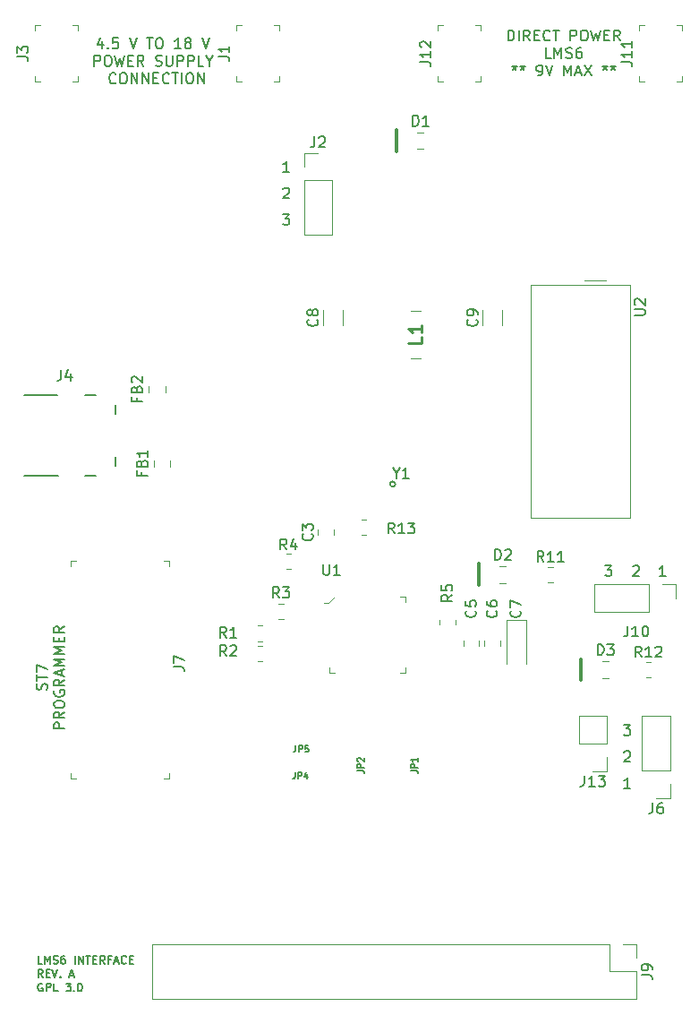
<source format=gto>
%TF.GenerationSoftware,KiCad,Pcbnew,(5.1.7)-1*%
%TF.CreationDate,2020-10-18T12:33:11-05:00*%
%TF.ProjectId,Programmer Board,50726f67-7261-46d6-9d65-7220426f6172,A*%
%TF.SameCoordinates,Original*%
%TF.FileFunction,Legend,Top*%
%TF.FilePolarity,Positive*%
%FSLAX46Y46*%
G04 Gerber Fmt 4.6, Leading zero omitted, Abs format (unit mm)*
G04 Created by KiCad (PCBNEW (5.1.7)-1) date 2020-10-18 12:33:11*
%MOMM*%
%LPD*%
G01*
G04 APERTURE LIST*
%ADD10C,0.170000*%
%ADD11C,0.150000*%
%ADD12C,0.300000*%
%ADD13C,0.100000*%
%ADD14C,0.200000*%
%ADD15C,0.120000*%
%ADD16C,0.254000*%
%ADD17C,0.127000*%
G04 APERTURE END LIST*
D10*
X108896214Y-162544285D02*
X108539071Y-162544285D01*
X108539071Y-161794285D01*
X109146214Y-162544285D02*
X109146214Y-161794285D01*
X109396214Y-162330000D01*
X109646214Y-161794285D01*
X109646214Y-162544285D01*
X109967642Y-162508571D02*
X110074785Y-162544285D01*
X110253357Y-162544285D01*
X110324785Y-162508571D01*
X110360500Y-162472857D01*
X110396214Y-162401428D01*
X110396214Y-162330000D01*
X110360500Y-162258571D01*
X110324785Y-162222857D01*
X110253357Y-162187142D01*
X110110500Y-162151428D01*
X110039071Y-162115714D01*
X110003357Y-162080000D01*
X109967642Y-162008571D01*
X109967642Y-161937142D01*
X110003357Y-161865714D01*
X110039071Y-161830000D01*
X110110500Y-161794285D01*
X110289071Y-161794285D01*
X110396214Y-161830000D01*
X111039071Y-161794285D02*
X110896214Y-161794285D01*
X110824785Y-161830000D01*
X110789071Y-161865714D01*
X110717642Y-161972857D01*
X110681928Y-162115714D01*
X110681928Y-162401428D01*
X110717642Y-162472857D01*
X110753357Y-162508571D01*
X110824785Y-162544285D01*
X110967642Y-162544285D01*
X111039071Y-162508571D01*
X111074785Y-162472857D01*
X111110500Y-162401428D01*
X111110500Y-162222857D01*
X111074785Y-162151428D01*
X111039071Y-162115714D01*
X110967642Y-162080000D01*
X110824785Y-162080000D01*
X110753357Y-162115714D01*
X110717642Y-162151428D01*
X110681928Y-162222857D01*
X112003357Y-162544285D02*
X112003357Y-161794285D01*
X112360500Y-162544285D02*
X112360500Y-161794285D01*
X112789071Y-162544285D01*
X112789071Y-161794285D01*
X113039071Y-161794285D02*
X113467642Y-161794285D01*
X113253357Y-162544285D02*
X113253357Y-161794285D01*
X113717642Y-162151428D02*
X113967642Y-162151428D01*
X114074785Y-162544285D02*
X113717642Y-162544285D01*
X113717642Y-161794285D01*
X114074785Y-161794285D01*
X114824785Y-162544285D02*
X114574785Y-162187142D01*
X114396214Y-162544285D02*
X114396214Y-161794285D01*
X114681928Y-161794285D01*
X114753357Y-161830000D01*
X114789071Y-161865714D01*
X114824785Y-161937142D01*
X114824785Y-162044285D01*
X114789071Y-162115714D01*
X114753357Y-162151428D01*
X114681928Y-162187142D01*
X114396214Y-162187142D01*
X115396214Y-162151428D02*
X115146214Y-162151428D01*
X115146214Y-162544285D02*
X115146214Y-161794285D01*
X115503357Y-161794285D01*
X115753357Y-162330000D02*
X116110500Y-162330000D01*
X115681928Y-162544285D02*
X115931928Y-161794285D01*
X116181928Y-162544285D01*
X116860500Y-162472857D02*
X116824785Y-162508571D01*
X116717642Y-162544285D01*
X116646214Y-162544285D01*
X116539071Y-162508571D01*
X116467642Y-162437142D01*
X116431928Y-162365714D01*
X116396214Y-162222857D01*
X116396214Y-162115714D01*
X116431928Y-161972857D01*
X116467642Y-161901428D01*
X116539071Y-161830000D01*
X116646214Y-161794285D01*
X116717642Y-161794285D01*
X116824785Y-161830000D01*
X116860500Y-161865714D01*
X117181928Y-162151428D02*
X117431928Y-162151428D01*
X117539071Y-162544285D02*
X117181928Y-162544285D01*
X117181928Y-161794285D01*
X117539071Y-161794285D01*
X108967642Y-163839285D02*
X108717642Y-163482142D01*
X108539071Y-163839285D02*
X108539071Y-163089285D01*
X108824785Y-163089285D01*
X108896214Y-163125000D01*
X108931928Y-163160714D01*
X108967642Y-163232142D01*
X108967642Y-163339285D01*
X108931928Y-163410714D01*
X108896214Y-163446428D01*
X108824785Y-163482142D01*
X108539071Y-163482142D01*
X109289071Y-163446428D02*
X109539071Y-163446428D01*
X109646214Y-163839285D02*
X109289071Y-163839285D01*
X109289071Y-163089285D01*
X109646214Y-163089285D01*
X109860500Y-163089285D02*
X110110500Y-163839285D01*
X110360500Y-163089285D01*
X110610500Y-163767857D02*
X110646214Y-163803571D01*
X110610500Y-163839285D01*
X110574785Y-163803571D01*
X110610500Y-163767857D01*
X110610500Y-163839285D01*
X111503357Y-163625000D02*
X111860500Y-163625000D01*
X111431928Y-163839285D02*
X111681928Y-163089285D01*
X111931928Y-163839285D01*
X108931928Y-164420000D02*
X108860500Y-164384285D01*
X108753357Y-164384285D01*
X108646214Y-164420000D01*
X108574785Y-164491428D01*
X108539071Y-164562857D01*
X108503357Y-164705714D01*
X108503357Y-164812857D01*
X108539071Y-164955714D01*
X108574785Y-165027142D01*
X108646214Y-165098571D01*
X108753357Y-165134285D01*
X108824785Y-165134285D01*
X108931928Y-165098571D01*
X108967642Y-165062857D01*
X108967642Y-164812857D01*
X108824785Y-164812857D01*
X109289071Y-165134285D02*
X109289071Y-164384285D01*
X109574785Y-164384285D01*
X109646214Y-164420000D01*
X109681928Y-164455714D01*
X109717642Y-164527142D01*
X109717642Y-164634285D01*
X109681928Y-164705714D01*
X109646214Y-164741428D01*
X109574785Y-164777142D01*
X109289071Y-164777142D01*
X110396214Y-165134285D02*
X110039071Y-165134285D01*
X110039071Y-164384285D01*
X111146214Y-164384285D02*
X111610500Y-164384285D01*
X111360500Y-164670000D01*
X111467642Y-164670000D01*
X111539071Y-164705714D01*
X111574785Y-164741428D01*
X111610500Y-164812857D01*
X111610500Y-164991428D01*
X111574785Y-165062857D01*
X111539071Y-165098571D01*
X111467642Y-165134285D01*
X111253357Y-165134285D01*
X111181928Y-165098571D01*
X111146214Y-165062857D01*
X111931928Y-165062857D02*
X111967642Y-165098571D01*
X111931928Y-165134285D01*
X111896214Y-165098571D01*
X111931928Y-165062857D01*
X111931928Y-165134285D01*
X112431928Y-164384285D02*
X112503357Y-164384285D01*
X112574785Y-164420000D01*
X112610500Y-164455714D01*
X112646214Y-164527142D01*
X112681928Y-164670000D01*
X112681928Y-164848571D01*
X112646214Y-164991428D01*
X112610500Y-165062857D01*
X112574785Y-165098571D01*
X112503357Y-165134285D01*
X112431928Y-165134285D01*
X112360500Y-165098571D01*
X112324785Y-165062857D01*
X112289071Y-164991428D01*
X112253357Y-164848571D01*
X112253357Y-164670000D01*
X112289071Y-164527142D01*
X112324785Y-164455714D01*
X112360500Y-164420000D01*
X112431928Y-164384285D01*
D11*
X109329761Y-136642857D02*
X109377380Y-136500000D01*
X109377380Y-136261904D01*
X109329761Y-136166666D01*
X109282142Y-136119047D01*
X109186904Y-136071428D01*
X109091666Y-136071428D01*
X108996428Y-136119047D01*
X108948809Y-136166666D01*
X108901190Y-136261904D01*
X108853571Y-136452380D01*
X108805952Y-136547619D01*
X108758333Y-136595238D01*
X108663095Y-136642857D01*
X108567857Y-136642857D01*
X108472619Y-136595238D01*
X108425000Y-136547619D01*
X108377380Y-136452380D01*
X108377380Y-136214285D01*
X108425000Y-136071428D01*
X108377380Y-135785714D02*
X108377380Y-135214285D01*
X109377380Y-135500000D02*
X108377380Y-135500000D01*
X108377380Y-134976190D02*
X108377380Y-134309523D01*
X109377380Y-134738095D01*
X111027380Y-140309523D02*
X110027380Y-140309523D01*
X110027380Y-139928571D01*
X110075000Y-139833333D01*
X110122619Y-139785714D01*
X110217857Y-139738095D01*
X110360714Y-139738095D01*
X110455952Y-139785714D01*
X110503571Y-139833333D01*
X110551190Y-139928571D01*
X110551190Y-140309523D01*
X111027380Y-138738095D02*
X110551190Y-139071428D01*
X111027380Y-139309523D02*
X110027380Y-139309523D01*
X110027380Y-138928571D01*
X110075000Y-138833333D01*
X110122619Y-138785714D01*
X110217857Y-138738095D01*
X110360714Y-138738095D01*
X110455952Y-138785714D01*
X110503571Y-138833333D01*
X110551190Y-138928571D01*
X110551190Y-139309523D01*
X110027380Y-138119047D02*
X110027380Y-137928571D01*
X110075000Y-137833333D01*
X110170238Y-137738095D01*
X110360714Y-137690476D01*
X110694047Y-137690476D01*
X110884523Y-137738095D01*
X110979761Y-137833333D01*
X111027380Y-137928571D01*
X111027380Y-138119047D01*
X110979761Y-138214285D01*
X110884523Y-138309523D01*
X110694047Y-138357142D01*
X110360714Y-138357142D01*
X110170238Y-138309523D01*
X110075000Y-138214285D01*
X110027380Y-138119047D01*
X110075000Y-136738095D02*
X110027380Y-136833333D01*
X110027380Y-136976190D01*
X110075000Y-137119047D01*
X110170238Y-137214285D01*
X110265476Y-137261904D01*
X110455952Y-137309523D01*
X110598809Y-137309523D01*
X110789285Y-137261904D01*
X110884523Y-137214285D01*
X110979761Y-137119047D01*
X111027380Y-136976190D01*
X111027380Y-136880952D01*
X110979761Y-136738095D01*
X110932142Y-136690476D01*
X110598809Y-136690476D01*
X110598809Y-136880952D01*
X111027380Y-135690476D02*
X110551190Y-136023809D01*
X111027380Y-136261904D02*
X110027380Y-136261904D01*
X110027380Y-135880952D01*
X110075000Y-135785714D01*
X110122619Y-135738095D01*
X110217857Y-135690476D01*
X110360714Y-135690476D01*
X110455952Y-135738095D01*
X110503571Y-135785714D01*
X110551190Y-135880952D01*
X110551190Y-136261904D01*
X110741666Y-135309523D02*
X110741666Y-134833333D01*
X111027380Y-135404761D02*
X110027380Y-135071428D01*
X111027380Y-134738095D01*
X111027380Y-134404761D02*
X110027380Y-134404761D01*
X110741666Y-134071428D01*
X110027380Y-133738095D01*
X111027380Y-133738095D01*
X111027380Y-133261904D02*
X110027380Y-133261904D01*
X110741666Y-132928571D01*
X110027380Y-132595238D01*
X111027380Y-132595238D01*
X110503571Y-132119047D02*
X110503571Y-131785714D01*
X111027380Y-131642857D02*
X111027380Y-132119047D01*
X110027380Y-132119047D01*
X110027380Y-131642857D01*
X111027380Y-130642857D02*
X110551190Y-130976190D01*
X111027380Y-131214285D02*
X110027380Y-131214285D01*
X110027380Y-130833333D01*
X110075000Y-130738095D01*
X110122619Y-130690476D01*
X110217857Y-130642857D01*
X110360714Y-130642857D01*
X110455952Y-130690476D01*
X110503571Y-130738095D01*
X110551190Y-130833333D01*
X110551190Y-131214285D01*
X114607142Y-75385714D02*
X114607142Y-76052380D01*
X114369047Y-75004761D02*
X114130952Y-75719047D01*
X114750000Y-75719047D01*
X115130952Y-75957142D02*
X115178571Y-76004761D01*
X115130952Y-76052380D01*
X115083333Y-76004761D01*
X115130952Y-75957142D01*
X115130952Y-76052380D01*
X116083333Y-75052380D02*
X115607142Y-75052380D01*
X115559523Y-75528571D01*
X115607142Y-75480952D01*
X115702380Y-75433333D01*
X115940476Y-75433333D01*
X116035714Y-75480952D01*
X116083333Y-75528571D01*
X116130952Y-75623809D01*
X116130952Y-75861904D01*
X116083333Y-75957142D01*
X116035714Y-76004761D01*
X115940476Y-76052380D01*
X115702380Y-76052380D01*
X115607142Y-76004761D01*
X115559523Y-75957142D01*
X117178571Y-75052380D02*
X117511904Y-76052380D01*
X117845238Y-75052380D01*
X118797619Y-75052380D02*
X119369047Y-75052380D01*
X119083333Y-76052380D02*
X119083333Y-75052380D01*
X119892857Y-75052380D02*
X120083333Y-75052380D01*
X120178571Y-75100000D01*
X120273809Y-75195238D01*
X120321428Y-75385714D01*
X120321428Y-75719047D01*
X120273809Y-75909523D01*
X120178571Y-76004761D01*
X120083333Y-76052380D01*
X119892857Y-76052380D01*
X119797619Y-76004761D01*
X119702380Y-75909523D01*
X119654761Y-75719047D01*
X119654761Y-75385714D01*
X119702380Y-75195238D01*
X119797619Y-75100000D01*
X119892857Y-75052380D01*
X122035714Y-76052380D02*
X121464285Y-76052380D01*
X121750000Y-76052380D02*
X121750000Y-75052380D01*
X121654761Y-75195238D01*
X121559523Y-75290476D01*
X121464285Y-75338095D01*
X122607142Y-75480952D02*
X122511904Y-75433333D01*
X122464285Y-75385714D01*
X122416666Y-75290476D01*
X122416666Y-75242857D01*
X122464285Y-75147619D01*
X122511904Y-75100000D01*
X122607142Y-75052380D01*
X122797619Y-75052380D01*
X122892857Y-75100000D01*
X122940476Y-75147619D01*
X122988095Y-75242857D01*
X122988095Y-75290476D01*
X122940476Y-75385714D01*
X122892857Y-75433333D01*
X122797619Y-75480952D01*
X122607142Y-75480952D01*
X122511904Y-75528571D01*
X122464285Y-75576190D01*
X122416666Y-75671428D01*
X122416666Y-75861904D01*
X122464285Y-75957142D01*
X122511904Y-76004761D01*
X122607142Y-76052380D01*
X122797619Y-76052380D01*
X122892857Y-76004761D01*
X122940476Y-75957142D01*
X122988095Y-75861904D01*
X122988095Y-75671428D01*
X122940476Y-75576190D01*
X122892857Y-75528571D01*
X122797619Y-75480952D01*
X124035714Y-75052380D02*
X124369047Y-76052380D01*
X124702380Y-75052380D01*
X113845238Y-77702380D02*
X113845238Y-76702380D01*
X114226190Y-76702380D01*
X114321428Y-76750000D01*
X114369047Y-76797619D01*
X114416666Y-76892857D01*
X114416666Y-77035714D01*
X114369047Y-77130952D01*
X114321428Y-77178571D01*
X114226190Y-77226190D01*
X113845238Y-77226190D01*
X115035714Y-76702380D02*
X115226190Y-76702380D01*
X115321428Y-76750000D01*
X115416666Y-76845238D01*
X115464285Y-77035714D01*
X115464285Y-77369047D01*
X115416666Y-77559523D01*
X115321428Y-77654761D01*
X115226190Y-77702380D01*
X115035714Y-77702380D01*
X114940476Y-77654761D01*
X114845238Y-77559523D01*
X114797619Y-77369047D01*
X114797619Y-77035714D01*
X114845238Y-76845238D01*
X114940476Y-76750000D01*
X115035714Y-76702380D01*
X115797619Y-76702380D02*
X116035714Y-77702380D01*
X116226190Y-76988095D01*
X116416666Y-77702380D01*
X116654761Y-76702380D01*
X117035714Y-77178571D02*
X117369047Y-77178571D01*
X117511904Y-77702380D02*
X117035714Y-77702380D01*
X117035714Y-76702380D01*
X117511904Y-76702380D01*
X118511904Y-77702380D02*
X118178571Y-77226190D01*
X117940476Y-77702380D02*
X117940476Y-76702380D01*
X118321428Y-76702380D01*
X118416666Y-76750000D01*
X118464285Y-76797619D01*
X118511904Y-76892857D01*
X118511904Y-77035714D01*
X118464285Y-77130952D01*
X118416666Y-77178571D01*
X118321428Y-77226190D01*
X117940476Y-77226190D01*
X119654761Y-77654761D02*
X119797619Y-77702380D01*
X120035714Y-77702380D01*
X120130952Y-77654761D01*
X120178571Y-77607142D01*
X120226190Y-77511904D01*
X120226190Y-77416666D01*
X120178571Y-77321428D01*
X120130952Y-77273809D01*
X120035714Y-77226190D01*
X119845238Y-77178571D01*
X119750000Y-77130952D01*
X119702380Y-77083333D01*
X119654761Y-76988095D01*
X119654761Y-76892857D01*
X119702380Y-76797619D01*
X119750000Y-76750000D01*
X119845238Y-76702380D01*
X120083333Y-76702380D01*
X120226190Y-76750000D01*
X120654761Y-76702380D02*
X120654761Y-77511904D01*
X120702380Y-77607142D01*
X120750000Y-77654761D01*
X120845238Y-77702380D01*
X121035714Y-77702380D01*
X121130952Y-77654761D01*
X121178571Y-77607142D01*
X121226190Y-77511904D01*
X121226190Y-76702380D01*
X121702380Y-77702380D02*
X121702380Y-76702380D01*
X122083333Y-76702380D01*
X122178571Y-76750000D01*
X122226190Y-76797619D01*
X122273809Y-76892857D01*
X122273809Y-77035714D01*
X122226190Y-77130952D01*
X122178571Y-77178571D01*
X122083333Y-77226190D01*
X121702380Y-77226190D01*
X122702380Y-77702380D02*
X122702380Y-76702380D01*
X123083333Y-76702380D01*
X123178571Y-76750000D01*
X123226190Y-76797619D01*
X123273809Y-76892857D01*
X123273809Y-77035714D01*
X123226190Y-77130952D01*
X123178571Y-77178571D01*
X123083333Y-77226190D01*
X122702380Y-77226190D01*
X124178571Y-77702380D02*
X123702380Y-77702380D01*
X123702380Y-76702380D01*
X124702380Y-77226190D02*
X124702380Y-77702380D01*
X124369047Y-76702380D02*
X124702380Y-77226190D01*
X125035714Y-76702380D01*
X115869047Y-79257142D02*
X115821428Y-79304761D01*
X115678571Y-79352380D01*
X115583333Y-79352380D01*
X115440476Y-79304761D01*
X115345238Y-79209523D01*
X115297619Y-79114285D01*
X115250000Y-78923809D01*
X115250000Y-78780952D01*
X115297619Y-78590476D01*
X115345238Y-78495238D01*
X115440476Y-78400000D01*
X115583333Y-78352380D01*
X115678571Y-78352380D01*
X115821428Y-78400000D01*
X115869047Y-78447619D01*
X116488095Y-78352380D02*
X116678571Y-78352380D01*
X116773809Y-78400000D01*
X116869047Y-78495238D01*
X116916666Y-78685714D01*
X116916666Y-79019047D01*
X116869047Y-79209523D01*
X116773809Y-79304761D01*
X116678571Y-79352380D01*
X116488095Y-79352380D01*
X116392857Y-79304761D01*
X116297619Y-79209523D01*
X116250000Y-79019047D01*
X116250000Y-78685714D01*
X116297619Y-78495238D01*
X116392857Y-78400000D01*
X116488095Y-78352380D01*
X117345238Y-79352380D02*
X117345238Y-78352380D01*
X117916666Y-79352380D01*
X117916666Y-78352380D01*
X118392857Y-79352380D02*
X118392857Y-78352380D01*
X118964285Y-79352380D01*
X118964285Y-78352380D01*
X119440476Y-78828571D02*
X119773809Y-78828571D01*
X119916666Y-79352380D02*
X119440476Y-79352380D01*
X119440476Y-78352380D01*
X119916666Y-78352380D01*
X120916666Y-79257142D02*
X120869047Y-79304761D01*
X120726190Y-79352380D01*
X120630952Y-79352380D01*
X120488095Y-79304761D01*
X120392857Y-79209523D01*
X120345238Y-79114285D01*
X120297619Y-78923809D01*
X120297619Y-78780952D01*
X120345238Y-78590476D01*
X120392857Y-78495238D01*
X120488095Y-78400000D01*
X120630952Y-78352380D01*
X120726190Y-78352380D01*
X120869047Y-78400000D01*
X120916666Y-78447619D01*
X121202380Y-78352380D02*
X121773809Y-78352380D01*
X121488095Y-79352380D02*
X121488095Y-78352380D01*
X122107142Y-79352380D02*
X122107142Y-78352380D01*
X122773809Y-78352380D02*
X122964285Y-78352380D01*
X123059523Y-78400000D01*
X123154761Y-78495238D01*
X123202380Y-78685714D01*
X123202380Y-79019047D01*
X123154761Y-79209523D01*
X123059523Y-79304761D01*
X122964285Y-79352380D01*
X122773809Y-79352380D01*
X122678571Y-79304761D01*
X122583333Y-79209523D01*
X122535714Y-79019047D01*
X122535714Y-78685714D01*
X122583333Y-78495238D01*
X122678571Y-78400000D01*
X122773809Y-78352380D01*
X123630952Y-79352380D02*
X123630952Y-78352380D01*
X124202380Y-79352380D01*
X124202380Y-78352380D01*
X152988095Y-75302380D02*
X152988095Y-74302380D01*
X153226190Y-74302380D01*
X153369047Y-74350000D01*
X153464285Y-74445238D01*
X153511904Y-74540476D01*
X153559523Y-74730952D01*
X153559523Y-74873809D01*
X153511904Y-75064285D01*
X153464285Y-75159523D01*
X153369047Y-75254761D01*
X153226190Y-75302380D01*
X152988095Y-75302380D01*
X153988095Y-75302380D02*
X153988095Y-74302380D01*
X155035714Y-75302380D02*
X154702380Y-74826190D01*
X154464285Y-75302380D02*
X154464285Y-74302380D01*
X154845238Y-74302380D01*
X154940476Y-74350000D01*
X154988095Y-74397619D01*
X155035714Y-74492857D01*
X155035714Y-74635714D01*
X154988095Y-74730952D01*
X154940476Y-74778571D01*
X154845238Y-74826190D01*
X154464285Y-74826190D01*
X155464285Y-74778571D02*
X155797619Y-74778571D01*
X155940476Y-75302380D02*
X155464285Y-75302380D01*
X155464285Y-74302380D01*
X155940476Y-74302380D01*
X156940476Y-75207142D02*
X156892857Y-75254761D01*
X156750000Y-75302380D01*
X156654761Y-75302380D01*
X156511904Y-75254761D01*
X156416666Y-75159523D01*
X156369047Y-75064285D01*
X156321428Y-74873809D01*
X156321428Y-74730952D01*
X156369047Y-74540476D01*
X156416666Y-74445238D01*
X156511904Y-74350000D01*
X156654761Y-74302380D01*
X156750000Y-74302380D01*
X156892857Y-74350000D01*
X156940476Y-74397619D01*
X157226190Y-74302380D02*
X157797619Y-74302380D01*
X157511904Y-75302380D02*
X157511904Y-74302380D01*
X158892857Y-75302380D02*
X158892857Y-74302380D01*
X159273809Y-74302380D01*
X159369047Y-74350000D01*
X159416666Y-74397619D01*
X159464285Y-74492857D01*
X159464285Y-74635714D01*
X159416666Y-74730952D01*
X159369047Y-74778571D01*
X159273809Y-74826190D01*
X158892857Y-74826190D01*
X160083333Y-74302380D02*
X160273809Y-74302380D01*
X160369047Y-74350000D01*
X160464285Y-74445238D01*
X160511904Y-74635714D01*
X160511904Y-74969047D01*
X160464285Y-75159523D01*
X160369047Y-75254761D01*
X160273809Y-75302380D01*
X160083333Y-75302380D01*
X159988095Y-75254761D01*
X159892857Y-75159523D01*
X159845238Y-74969047D01*
X159845238Y-74635714D01*
X159892857Y-74445238D01*
X159988095Y-74350000D01*
X160083333Y-74302380D01*
X160845238Y-74302380D02*
X161083333Y-75302380D01*
X161273809Y-74588095D01*
X161464285Y-75302380D01*
X161702380Y-74302380D01*
X162083333Y-74778571D02*
X162416666Y-74778571D01*
X162559523Y-75302380D02*
X162083333Y-75302380D01*
X162083333Y-74302380D01*
X162559523Y-74302380D01*
X163559523Y-75302380D02*
X163226190Y-74826190D01*
X162988095Y-75302380D02*
X162988095Y-74302380D01*
X163369047Y-74302380D01*
X163464285Y-74350000D01*
X163511904Y-74397619D01*
X163559523Y-74492857D01*
X163559523Y-74635714D01*
X163511904Y-74730952D01*
X163464285Y-74778571D01*
X163369047Y-74826190D01*
X162988095Y-74826190D01*
X157035714Y-76952380D02*
X156559523Y-76952380D01*
X156559523Y-75952380D01*
X157369047Y-76952380D02*
X157369047Y-75952380D01*
X157702380Y-76666666D01*
X158035714Y-75952380D01*
X158035714Y-76952380D01*
X158464285Y-76904761D02*
X158607142Y-76952380D01*
X158845238Y-76952380D01*
X158940476Y-76904761D01*
X158988095Y-76857142D01*
X159035714Y-76761904D01*
X159035714Y-76666666D01*
X158988095Y-76571428D01*
X158940476Y-76523809D01*
X158845238Y-76476190D01*
X158654761Y-76428571D01*
X158559523Y-76380952D01*
X158511904Y-76333333D01*
X158464285Y-76238095D01*
X158464285Y-76142857D01*
X158511904Y-76047619D01*
X158559523Y-76000000D01*
X158654761Y-75952380D01*
X158892857Y-75952380D01*
X159035714Y-76000000D01*
X159892857Y-75952380D02*
X159702380Y-75952380D01*
X159607142Y-76000000D01*
X159559523Y-76047619D01*
X159464285Y-76190476D01*
X159416666Y-76380952D01*
X159416666Y-76761904D01*
X159464285Y-76857142D01*
X159511904Y-76904761D01*
X159607142Y-76952380D01*
X159797619Y-76952380D01*
X159892857Y-76904761D01*
X159940476Y-76857142D01*
X159988095Y-76761904D01*
X159988095Y-76523809D01*
X159940476Y-76428571D01*
X159892857Y-76380952D01*
X159797619Y-76333333D01*
X159607142Y-76333333D01*
X159511904Y-76380952D01*
X159464285Y-76428571D01*
X159416666Y-76523809D01*
X153583333Y-77602380D02*
X153583333Y-77840476D01*
X153345238Y-77745238D02*
X153583333Y-77840476D01*
X153821428Y-77745238D01*
X153440476Y-78030952D02*
X153583333Y-77840476D01*
X153726190Y-78030952D01*
X154345238Y-77602380D02*
X154345238Y-77840476D01*
X154107142Y-77745238D02*
X154345238Y-77840476D01*
X154583333Y-77745238D01*
X154202380Y-78030952D02*
X154345238Y-77840476D01*
X154488095Y-78030952D01*
X155773809Y-78602380D02*
X155964285Y-78602380D01*
X156059523Y-78554761D01*
X156107142Y-78507142D01*
X156202380Y-78364285D01*
X156250000Y-78173809D01*
X156250000Y-77792857D01*
X156202380Y-77697619D01*
X156154761Y-77650000D01*
X156059523Y-77602380D01*
X155869047Y-77602380D01*
X155773809Y-77650000D01*
X155726190Y-77697619D01*
X155678571Y-77792857D01*
X155678571Y-78030952D01*
X155726190Y-78126190D01*
X155773809Y-78173809D01*
X155869047Y-78221428D01*
X156059523Y-78221428D01*
X156154761Y-78173809D01*
X156202380Y-78126190D01*
X156250000Y-78030952D01*
X156535714Y-77602380D02*
X156869047Y-78602380D01*
X157202380Y-77602380D01*
X158297619Y-78602380D02*
X158297619Y-77602380D01*
X158630952Y-78316666D01*
X158964285Y-77602380D01*
X158964285Y-78602380D01*
X159392857Y-78316666D02*
X159869047Y-78316666D01*
X159297619Y-78602380D02*
X159630952Y-77602380D01*
X159964285Y-78602380D01*
X160202380Y-77602380D02*
X160869047Y-78602380D01*
X160869047Y-77602380D02*
X160202380Y-78602380D01*
X162154761Y-77602380D02*
X162154761Y-77840476D01*
X161916666Y-77745238D02*
X162154761Y-77840476D01*
X162392857Y-77745238D01*
X162011904Y-78030952D02*
X162154761Y-77840476D01*
X162297619Y-78030952D01*
X162916666Y-77602380D02*
X162916666Y-77840476D01*
X162678571Y-77745238D02*
X162916666Y-77840476D01*
X163154761Y-77745238D01*
X162773809Y-78030952D02*
X162916666Y-77840476D01*
X163059523Y-78030952D01*
X131666666Y-91702380D02*
X132285714Y-91702380D01*
X131952380Y-92083333D01*
X132095238Y-92083333D01*
X132190476Y-92130952D01*
X132238095Y-92178571D01*
X132285714Y-92273809D01*
X132285714Y-92511904D01*
X132238095Y-92607142D01*
X132190476Y-92654761D01*
X132095238Y-92702380D01*
X131809523Y-92702380D01*
X131714285Y-92654761D01*
X131666666Y-92607142D01*
X131714285Y-89297619D02*
X131761904Y-89250000D01*
X131857142Y-89202380D01*
X132095238Y-89202380D01*
X132190476Y-89250000D01*
X132238095Y-89297619D01*
X132285714Y-89392857D01*
X132285714Y-89488095D01*
X132238095Y-89630952D01*
X131666666Y-90202380D01*
X132285714Y-90202380D01*
X132285714Y-87702380D02*
X131714285Y-87702380D01*
X132000000Y-87702380D02*
X132000000Y-86702380D01*
X131904761Y-86845238D01*
X131809523Y-86940476D01*
X131714285Y-86988095D01*
X163916666Y-139952380D02*
X164535714Y-139952380D01*
X164202380Y-140333333D01*
X164345238Y-140333333D01*
X164440476Y-140380952D01*
X164488095Y-140428571D01*
X164535714Y-140523809D01*
X164535714Y-140761904D01*
X164488095Y-140857142D01*
X164440476Y-140904761D01*
X164345238Y-140952380D01*
X164059523Y-140952380D01*
X163964285Y-140904761D01*
X163916666Y-140857142D01*
X163964285Y-142547619D02*
X164011904Y-142500000D01*
X164107142Y-142452380D01*
X164345238Y-142452380D01*
X164440476Y-142500000D01*
X164488095Y-142547619D01*
X164535714Y-142642857D01*
X164535714Y-142738095D01*
X164488095Y-142880952D01*
X163916666Y-143452380D01*
X164535714Y-143452380D01*
X164535714Y-145952380D02*
X163964285Y-145952380D01*
X164250000Y-145952380D02*
X164250000Y-144952380D01*
X164154761Y-145095238D01*
X164059523Y-145190476D01*
X163964285Y-145238095D01*
X167885714Y-125902380D02*
X167314285Y-125902380D01*
X167600000Y-125902380D02*
X167600000Y-124902380D01*
X167504761Y-125045238D01*
X167409523Y-125140476D01*
X167314285Y-125188095D01*
X164814285Y-124997619D02*
X164861904Y-124950000D01*
X164957142Y-124902380D01*
X165195238Y-124902380D01*
X165290476Y-124950000D01*
X165338095Y-124997619D01*
X165385714Y-125092857D01*
X165385714Y-125188095D01*
X165338095Y-125330952D01*
X164766666Y-125902380D01*
X165385714Y-125902380D01*
X162166666Y-124902380D02*
X162785714Y-124902380D01*
X162452380Y-125283333D01*
X162595238Y-125283333D01*
X162690476Y-125330952D01*
X162738095Y-125378571D01*
X162785714Y-125473809D01*
X162785714Y-125711904D01*
X162738095Y-125807142D01*
X162690476Y-125854761D01*
X162595238Y-125902380D01*
X162309523Y-125902380D01*
X162214285Y-125854761D01*
X162166666Y-125807142D01*
D12*
X142400000Y-83750000D02*
X142400000Y-85750000D01*
X150200000Y-124750000D02*
X150200000Y-126750000D01*
X159900000Y-133750000D02*
X159900000Y-135750000D01*
D13*
%TO.C,L1*%
X144750000Y-100800000D02*
X143750000Y-100800000D01*
X144750000Y-105300000D02*
X143750000Y-105300000D01*
%TO.C,J7*%
X120900000Y-145050000D02*
X120900000Y-144550000D01*
X120900000Y-145050000D02*
X120400000Y-145050000D01*
X120900000Y-124450000D02*
X120900000Y-124950000D01*
X120900000Y-124450000D02*
X120400000Y-124450000D01*
X111600000Y-124450000D02*
X112100000Y-124450000D01*
X111600000Y-124450000D02*
X111600000Y-124950000D01*
X111600000Y-145050000D02*
X111600000Y-144550000D01*
X111600000Y-145050000D02*
X112100000Y-145050000D01*
%TO.C,U1*%
X136100000Y-134545000D02*
X136100000Y-135045000D01*
X136100000Y-135045000D02*
X136600000Y-135045000D01*
X143300000Y-134545000D02*
X143300000Y-135045000D01*
X143300000Y-135045000D02*
X142800000Y-135045000D01*
X142800000Y-127845000D02*
X143300000Y-127845000D01*
X143300000Y-127845000D02*
X143300000Y-128345000D01*
X136600000Y-127845000D02*
X136000000Y-128445000D01*
X136000000Y-128445000D02*
X135600000Y-128445000D01*
D14*
%TO.C,Y1*%
X142315000Y-117205000D02*
G75*
G03*
X142315000Y-117205000I-250000J0D01*
G01*
D15*
%TO.C,R13*%
X139107936Y-122020000D02*
X139562064Y-122020000D01*
X139107936Y-120550000D02*
X139562064Y-120550000D01*
%TO.C,U2*%
X155130000Y-98380000D02*
X164570000Y-98380000D01*
X155130000Y-120420000D02*
X155130000Y-98380000D01*
X164570000Y-120420000D02*
X155130000Y-120420000D01*
X164570000Y-98380000D02*
X164570000Y-120420000D01*
X162250000Y-98000000D02*
X160250000Y-98000000D01*
%TO.C,R12*%
X166022936Y-134015000D02*
X166477064Y-134015000D01*
X166022936Y-135485000D02*
X166477064Y-135485000D01*
%TO.C,R11*%
X156772936Y-125015000D02*
X157227064Y-125015000D01*
X156772936Y-126485000D02*
X157227064Y-126485000D01*
%TO.C,R5*%
X147985000Y-130022936D02*
X147985000Y-130477064D01*
X146515000Y-130022936D02*
X146515000Y-130477064D01*
%TO.C,R4*%
X132477064Y-125235000D02*
X132022936Y-125235000D01*
X132477064Y-123765000D02*
X132022936Y-123765000D01*
%TO.C,R3*%
X131727064Y-129985000D02*
X131272936Y-129985000D01*
X131727064Y-128515000D02*
X131272936Y-128515000D01*
%TO.C,R2*%
X129727064Y-133985000D02*
X129272936Y-133985000D01*
X129727064Y-132515000D02*
X129272936Y-132515000D01*
%TO.C,R1*%
X129727064Y-132065000D02*
X129272936Y-132065000D01*
X129727064Y-130595000D02*
X129272936Y-130595000D01*
%TO.C,J13*%
X162330000Y-139130000D02*
X159670000Y-139130000D01*
X162330000Y-141730000D02*
X162330000Y-139130000D01*
X159670000Y-141730000D02*
X159670000Y-139130000D01*
X162330000Y-141730000D02*
X159670000Y-141730000D01*
X162330000Y-143000000D02*
X162330000Y-144330000D01*
X162330000Y-144330000D02*
X161000000Y-144330000D01*
D13*
%TO.C,J12*%
X150350000Y-73800000D02*
X150350000Y-74300000D01*
X150350000Y-73800000D02*
X149850000Y-73800000D01*
X150350000Y-79200000D02*
X149850000Y-79200000D01*
X150350000Y-79200000D02*
X150350000Y-78700000D01*
X146350000Y-79200000D02*
X146850000Y-79200000D01*
X146350000Y-79200000D02*
X146350000Y-78700000D01*
X146350000Y-73800000D02*
X146850000Y-73800000D01*
X146350000Y-73800000D02*
X146350000Y-74300000D01*
%TO.C,J11*%
X169400000Y-73800000D02*
X169400000Y-74300000D01*
X169400000Y-73800000D02*
X168900000Y-73800000D01*
X169400000Y-79200000D02*
X168900000Y-79200000D01*
X169400000Y-79200000D02*
X169400000Y-78700000D01*
X165400000Y-79200000D02*
X165900000Y-79200000D01*
X165400000Y-79200000D02*
X165400000Y-78700000D01*
X165400000Y-73800000D02*
X165900000Y-73800000D01*
X165400000Y-73800000D02*
X165400000Y-74300000D01*
D15*
%TO.C,J10*%
X161130000Y-126670000D02*
X161130000Y-129330000D01*
X166270000Y-126670000D02*
X161130000Y-126670000D01*
X166270000Y-129330000D02*
X161130000Y-129330000D01*
X166270000Y-126670000D02*
X166270000Y-129330000D01*
X167540000Y-126670000D02*
X168870000Y-126670000D01*
X168870000Y-126670000D02*
X168870000Y-128000000D01*
%TO.C,J9*%
X119320000Y-160670000D02*
X119320000Y-165870000D01*
X162560000Y-160670000D02*
X119320000Y-160670000D01*
X165160000Y-165870000D02*
X119320000Y-165870000D01*
X162560000Y-160670000D02*
X162560000Y-163270000D01*
X162560000Y-163270000D02*
X165160000Y-163270000D01*
X165160000Y-163270000D02*
X165160000Y-165870000D01*
X163830000Y-160670000D02*
X165160000Y-160670000D01*
X165160000Y-160670000D02*
X165160000Y-162000000D01*
%TO.C,J6*%
X168330000Y-139140000D02*
X165670000Y-139140000D01*
X168330000Y-144280000D02*
X168330000Y-139140000D01*
X165670000Y-144280000D02*
X165670000Y-139140000D01*
X168330000Y-144280000D02*
X165670000Y-144280000D01*
X168330000Y-145550000D02*
X168330000Y-146880000D01*
X168330000Y-146880000D02*
X167000000Y-146880000D01*
D11*
%TO.C,J4*%
X110435000Y-116425000D02*
X107235000Y-116425000D01*
X114010000Y-116425000D02*
X112960000Y-116425000D01*
X115835000Y-114600000D02*
X115835000Y-115475000D01*
X115810000Y-109725000D02*
X115810000Y-110600000D01*
X112935000Y-108775000D02*
X113960000Y-108775000D01*
X107185000Y-108775000D02*
X110335000Y-108775000D01*
D13*
%TO.C,J3*%
X112250000Y-73800000D02*
X112250000Y-74300000D01*
X112250000Y-73800000D02*
X111750000Y-73800000D01*
X112250000Y-79200000D02*
X111750000Y-79200000D01*
X112250000Y-79200000D02*
X112250000Y-78700000D01*
X108250000Y-79200000D02*
X108750000Y-79200000D01*
X108250000Y-79200000D02*
X108250000Y-78700000D01*
X108250000Y-73800000D02*
X108750000Y-73800000D01*
X108250000Y-73800000D02*
X108250000Y-74300000D01*
D15*
%TO.C,J2*%
X133670000Y-93660000D02*
X136330000Y-93660000D01*
X133670000Y-88520000D02*
X133670000Y-93660000D01*
X136330000Y-88520000D02*
X136330000Y-93660000D01*
X133670000Y-88520000D02*
X136330000Y-88520000D01*
X133670000Y-87250000D02*
X133670000Y-85920000D01*
X133670000Y-85920000D02*
X135000000Y-85920000D01*
D13*
%TO.C,J1*%
X131300000Y-73800000D02*
X131300000Y-74300000D01*
X131300000Y-73800000D02*
X130800000Y-73800000D01*
X131300000Y-79200000D02*
X130800000Y-79200000D01*
X131300000Y-79200000D02*
X131300000Y-78700000D01*
X127300000Y-79200000D02*
X127800000Y-79200000D01*
X127300000Y-79200000D02*
X127300000Y-78700000D01*
X127300000Y-73800000D02*
X127800000Y-73800000D01*
X127300000Y-73800000D02*
X127300000Y-74300000D01*
D15*
%TO.C,FB2*%
X120550000Y-108570000D02*
X120550000Y-107970000D01*
X118950000Y-108550000D02*
X118950000Y-107950000D01*
%TO.C,FB1*%
X121050000Y-115570000D02*
X121050000Y-114970000D01*
X119450000Y-115550000D02*
X119450000Y-114950000D01*
%TO.C,D3*%
X161880000Y-135550000D02*
X162480000Y-135550000D01*
X161900000Y-133950000D02*
X162500000Y-133950000D01*
%TO.C,D2*%
X152180000Y-126550000D02*
X152780000Y-126550000D01*
X152200000Y-124950000D02*
X152800000Y-124950000D01*
%TO.C,D1*%
X144380000Y-85550000D02*
X144980000Y-85550000D01*
X144400000Y-83950000D02*
X145000000Y-83950000D01*
%TO.C,C9*%
X150590000Y-102198752D02*
X150590000Y-100776248D01*
X152410000Y-102198752D02*
X152410000Y-100776248D01*
%TO.C,C8*%
X135490000Y-102198752D02*
X135490000Y-100776248D01*
X137310000Y-102198752D02*
X137310000Y-100776248D01*
%TO.C,C7*%
X154685000Y-134162500D02*
X154685000Y-130077500D01*
X154685000Y-130077500D02*
X152815000Y-130077500D01*
X152815000Y-130077500D02*
X152815000Y-134162500D01*
%TO.C,C6*%
X152235000Y-131988748D02*
X152235000Y-132511252D01*
X150765000Y-131988748D02*
X150765000Y-132511252D01*
%TO.C,C5*%
X150235000Y-131988748D02*
X150235000Y-132511252D01*
X148765000Y-131988748D02*
X148765000Y-132511252D01*
%TO.C,C3*%
X135015000Y-122011252D02*
X135015000Y-121488748D01*
X136485000Y-122011252D02*
X136485000Y-121488748D01*
%TO.C,L1*%
D16*
X144824523Y-103261666D02*
X144824523Y-103866428D01*
X143554523Y-103866428D01*
X144824523Y-102173095D02*
X144824523Y-102898809D01*
X144824523Y-102535952D02*
X143554523Y-102535952D01*
X143735952Y-102656904D01*
X143856904Y-102777857D01*
X143917380Y-102898809D01*
%TO.C,J7*%
D11*
X121352380Y-134483333D02*
X122066666Y-134483333D01*
X122209523Y-134530952D01*
X122304761Y-134626190D01*
X122352380Y-134769047D01*
X122352380Y-134864285D01*
X121352380Y-134102380D02*
X121352380Y-133435714D01*
X122352380Y-133864285D01*
%TO.C,U1*%
X135509095Y-124801380D02*
X135509095Y-125610904D01*
X135556714Y-125706142D01*
X135604333Y-125753761D01*
X135699571Y-125801380D01*
X135890047Y-125801380D01*
X135985285Y-125753761D01*
X136032904Y-125706142D01*
X136080523Y-125610904D01*
X136080523Y-124801380D01*
X137080523Y-125801380D02*
X136509095Y-125801380D01*
X136794809Y-125801380D02*
X136794809Y-124801380D01*
X136699571Y-124944238D01*
X136604333Y-125039476D01*
X136509095Y-125087095D01*
%TO.C,Y1*%
X142398809Y-116181190D02*
X142398809Y-116657380D01*
X142065476Y-115657380D02*
X142398809Y-116181190D01*
X142732142Y-115657380D01*
X143589285Y-116657380D02*
X143017857Y-116657380D01*
X143303571Y-116657380D02*
X143303571Y-115657380D01*
X143208333Y-115800238D01*
X143113095Y-115895476D01*
X143017857Y-115943095D01*
%TO.C,R13*%
X142232142Y-121864380D02*
X141898809Y-121388190D01*
X141660714Y-121864380D02*
X141660714Y-120864380D01*
X142041666Y-120864380D01*
X142136904Y-120912000D01*
X142184523Y-120959619D01*
X142232142Y-121054857D01*
X142232142Y-121197714D01*
X142184523Y-121292952D01*
X142136904Y-121340571D01*
X142041666Y-121388190D01*
X141660714Y-121388190D01*
X143184523Y-121864380D02*
X142613095Y-121864380D01*
X142898809Y-121864380D02*
X142898809Y-120864380D01*
X142803571Y-121007238D01*
X142708333Y-121102476D01*
X142613095Y-121150095D01*
X143517857Y-120864380D02*
X144136904Y-120864380D01*
X143803571Y-121245333D01*
X143946428Y-121245333D01*
X144041666Y-121292952D01*
X144089285Y-121340571D01*
X144136904Y-121435809D01*
X144136904Y-121673904D01*
X144089285Y-121769142D01*
X144041666Y-121816761D01*
X143946428Y-121864380D01*
X143660714Y-121864380D01*
X143565476Y-121816761D01*
X143517857Y-121769142D01*
%TO.C,JP5*%
D17*
X132892000Y-141916171D02*
X132892000Y-142351600D01*
X132862971Y-142438685D01*
X132804914Y-142496742D01*
X132717828Y-142525771D01*
X132659771Y-142525771D01*
X133182285Y-142525771D02*
X133182285Y-141916171D01*
X133414514Y-141916171D01*
X133472571Y-141945200D01*
X133501600Y-141974228D01*
X133530628Y-142032285D01*
X133530628Y-142119371D01*
X133501600Y-142177428D01*
X133472571Y-142206457D01*
X133414514Y-142235485D01*
X133182285Y-142235485D01*
X134082171Y-141916171D02*
X133791885Y-141916171D01*
X133762857Y-142206457D01*
X133791885Y-142177428D01*
X133849942Y-142148400D01*
X133995085Y-142148400D01*
X134053142Y-142177428D01*
X134082171Y-142206457D01*
X134111200Y-142264514D01*
X134111200Y-142409657D01*
X134082171Y-142467714D01*
X134053142Y-142496742D01*
X133995085Y-142525771D01*
X133849942Y-142525771D01*
X133791885Y-142496742D01*
X133762857Y-142467714D01*
%TO.C,JP4*%
X132842000Y-144446171D02*
X132842000Y-144881600D01*
X132812971Y-144968685D01*
X132754914Y-145026742D01*
X132667828Y-145055771D01*
X132609771Y-145055771D01*
X133132285Y-145055771D02*
X133132285Y-144446171D01*
X133364514Y-144446171D01*
X133422571Y-144475200D01*
X133451600Y-144504228D01*
X133480628Y-144562285D01*
X133480628Y-144649371D01*
X133451600Y-144707428D01*
X133422571Y-144736457D01*
X133364514Y-144765485D01*
X133132285Y-144765485D01*
X134003142Y-144649371D02*
X134003142Y-145055771D01*
X133858000Y-144417142D02*
X133712857Y-144852571D01*
X134090228Y-144852571D01*
%TO.C,JP2*%
X138731171Y-144272000D02*
X139166600Y-144272000D01*
X139253685Y-144301028D01*
X139311742Y-144359085D01*
X139340771Y-144446171D01*
X139340771Y-144504228D01*
X139340771Y-143981714D02*
X138731171Y-143981714D01*
X138731171Y-143749485D01*
X138760200Y-143691428D01*
X138789228Y-143662400D01*
X138847285Y-143633371D01*
X138934371Y-143633371D01*
X138992428Y-143662400D01*
X139021457Y-143691428D01*
X139050485Y-143749485D01*
X139050485Y-143981714D01*
X138789228Y-143401142D02*
X138760200Y-143372114D01*
X138731171Y-143314057D01*
X138731171Y-143168914D01*
X138760200Y-143110857D01*
X138789228Y-143081828D01*
X138847285Y-143052800D01*
X138905342Y-143052800D01*
X138992428Y-143081828D01*
X139340771Y-143430171D01*
X139340771Y-143052800D01*
%TO.C,JP1*%
X143811171Y-144272000D02*
X144246600Y-144272000D01*
X144333685Y-144301028D01*
X144391742Y-144359085D01*
X144420771Y-144446171D01*
X144420771Y-144504228D01*
X144420771Y-143981714D02*
X143811171Y-143981714D01*
X143811171Y-143749485D01*
X143840200Y-143691428D01*
X143869228Y-143662400D01*
X143927285Y-143633371D01*
X144014371Y-143633371D01*
X144072428Y-143662400D01*
X144101457Y-143691428D01*
X144130485Y-143749485D01*
X144130485Y-143981714D01*
X144420771Y-143052800D02*
X144420771Y-143401142D01*
X144420771Y-143226971D02*
X143811171Y-143226971D01*
X143898257Y-143285028D01*
X143956314Y-143343085D01*
X143985342Y-143401142D01*
%TO.C,U2*%
D11*
X164942380Y-101261904D02*
X165751904Y-101261904D01*
X165847142Y-101214285D01*
X165894761Y-101166666D01*
X165942380Y-101071428D01*
X165942380Y-100880952D01*
X165894761Y-100785714D01*
X165847142Y-100738095D01*
X165751904Y-100690476D01*
X164942380Y-100690476D01*
X165037619Y-100261904D02*
X164990000Y-100214285D01*
X164942380Y-100119047D01*
X164942380Y-99880952D01*
X164990000Y-99785714D01*
X165037619Y-99738095D01*
X165132857Y-99690476D01*
X165228095Y-99690476D01*
X165370952Y-99738095D01*
X165942380Y-100309523D01*
X165942380Y-99690476D01*
%TO.C,R12*%
X165607142Y-133552380D02*
X165273809Y-133076190D01*
X165035714Y-133552380D02*
X165035714Y-132552380D01*
X165416666Y-132552380D01*
X165511904Y-132600000D01*
X165559523Y-132647619D01*
X165607142Y-132742857D01*
X165607142Y-132885714D01*
X165559523Y-132980952D01*
X165511904Y-133028571D01*
X165416666Y-133076190D01*
X165035714Y-133076190D01*
X166559523Y-133552380D02*
X165988095Y-133552380D01*
X166273809Y-133552380D02*
X166273809Y-132552380D01*
X166178571Y-132695238D01*
X166083333Y-132790476D01*
X165988095Y-132838095D01*
X166940476Y-132647619D02*
X166988095Y-132600000D01*
X167083333Y-132552380D01*
X167321428Y-132552380D01*
X167416666Y-132600000D01*
X167464285Y-132647619D01*
X167511904Y-132742857D01*
X167511904Y-132838095D01*
X167464285Y-132980952D01*
X166892857Y-133552380D01*
X167511904Y-133552380D01*
%TO.C,R11*%
X156357142Y-124552380D02*
X156023809Y-124076190D01*
X155785714Y-124552380D02*
X155785714Y-123552380D01*
X156166666Y-123552380D01*
X156261904Y-123600000D01*
X156309523Y-123647619D01*
X156357142Y-123742857D01*
X156357142Y-123885714D01*
X156309523Y-123980952D01*
X156261904Y-124028571D01*
X156166666Y-124076190D01*
X155785714Y-124076190D01*
X157309523Y-124552380D02*
X156738095Y-124552380D01*
X157023809Y-124552380D02*
X157023809Y-123552380D01*
X156928571Y-123695238D01*
X156833333Y-123790476D01*
X156738095Y-123838095D01*
X158261904Y-124552380D02*
X157690476Y-124552380D01*
X157976190Y-124552380D02*
X157976190Y-123552380D01*
X157880952Y-123695238D01*
X157785714Y-123790476D01*
X157690476Y-123838095D01*
%TO.C,R5*%
X147702380Y-127666666D02*
X147226190Y-128000000D01*
X147702380Y-128238095D02*
X146702380Y-128238095D01*
X146702380Y-127857142D01*
X146750000Y-127761904D01*
X146797619Y-127714285D01*
X146892857Y-127666666D01*
X147035714Y-127666666D01*
X147130952Y-127714285D01*
X147178571Y-127761904D01*
X147226190Y-127857142D01*
X147226190Y-128238095D01*
X146702380Y-126761904D02*
X146702380Y-127238095D01*
X147178571Y-127285714D01*
X147130952Y-127238095D01*
X147083333Y-127142857D01*
X147083333Y-126904761D01*
X147130952Y-126809523D01*
X147178571Y-126761904D01*
X147273809Y-126714285D01*
X147511904Y-126714285D01*
X147607142Y-126761904D01*
X147654761Y-126809523D01*
X147702380Y-126904761D01*
X147702380Y-127142857D01*
X147654761Y-127238095D01*
X147607142Y-127285714D01*
%TO.C,R4*%
X132033333Y-123402380D02*
X131700000Y-122926190D01*
X131461904Y-123402380D02*
X131461904Y-122402380D01*
X131842857Y-122402380D01*
X131938095Y-122450000D01*
X131985714Y-122497619D01*
X132033333Y-122592857D01*
X132033333Y-122735714D01*
X131985714Y-122830952D01*
X131938095Y-122878571D01*
X131842857Y-122926190D01*
X131461904Y-122926190D01*
X132890476Y-122735714D02*
X132890476Y-123402380D01*
X132652380Y-122354761D02*
X132414285Y-123069047D01*
X133033333Y-123069047D01*
%TO.C,R3*%
X131333333Y-127952380D02*
X131000000Y-127476190D01*
X130761904Y-127952380D02*
X130761904Y-126952380D01*
X131142857Y-126952380D01*
X131238095Y-127000000D01*
X131285714Y-127047619D01*
X131333333Y-127142857D01*
X131333333Y-127285714D01*
X131285714Y-127380952D01*
X131238095Y-127428571D01*
X131142857Y-127476190D01*
X130761904Y-127476190D01*
X131666666Y-126952380D02*
X132285714Y-126952380D01*
X131952380Y-127333333D01*
X132095238Y-127333333D01*
X132190476Y-127380952D01*
X132238095Y-127428571D01*
X132285714Y-127523809D01*
X132285714Y-127761904D01*
X132238095Y-127857142D01*
X132190476Y-127904761D01*
X132095238Y-127952380D01*
X131809523Y-127952380D01*
X131714285Y-127904761D01*
X131666666Y-127857142D01*
%TO.C,R2*%
X126333333Y-133452380D02*
X126000000Y-132976190D01*
X125761904Y-133452380D02*
X125761904Y-132452380D01*
X126142857Y-132452380D01*
X126238095Y-132500000D01*
X126285714Y-132547619D01*
X126333333Y-132642857D01*
X126333333Y-132785714D01*
X126285714Y-132880952D01*
X126238095Y-132928571D01*
X126142857Y-132976190D01*
X125761904Y-132976190D01*
X126714285Y-132547619D02*
X126761904Y-132500000D01*
X126857142Y-132452380D01*
X127095238Y-132452380D01*
X127190476Y-132500000D01*
X127238095Y-132547619D01*
X127285714Y-132642857D01*
X127285714Y-132738095D01*
X127238095Y-132880952D01*
X126666666Y-133452380D01*
X127285714Y-133452380D01*
%TO.C,R1*%
X126333333Y-131702380D02*
X126000000Y-131226190D01*
X125761904Y-131702380D02*
X125761904Y-130702380D01*
X126142857Y-130702380D01*
X126238095Y-130750000D01*
X126285714Y-130797619D01*
X126333333Y-130892857D01*
X126333333Y-131035714D01*
X126285714Y-131130952D01*
X126238095Y-131178571D01*
X126142857Y-131226190D01*
X125761904Y-131226190D01*
X127285714Y-131702380D02*
X126714285Y-131702380D01*
X127000000Y-131702380D02*
X127000000Y-130702380D01*
X126904761Y-130845238D01*
X126809523Y-130940476D01*
X126714285Y-130988095D01*
%TO.C,J13*%
X160190476Y-144782380D02*
X160190476Y-145496666D01*
X160142857Y-145639523D01*
X160047619Y-145734761D01*
X159904761Y-145782380D01*
X159809523Y-145782380D01*
X161190476Y-145782380D02*
X160619047Y-145782380D01*
X160904761Y-145782380D02*
X160904761Y-144782380D01*
X160809523Y-144925238D01*
X160714285Y-145020476D01*
X160619047Y-145068095D01*
X161523809Y-144782380D02*
X162142857Y-144782380D01*
X161809523Y-145163333D01*
X161952380Y-145163333D01*
X162047619Y-145210952D01*
X162095238Y-145258571D01*
X162142857Y-145353809D01*
X162142857Y-145591904D01*
X162095238Y-145687142D01*
X162047619Y-145734761D01*
X161952380Y-145782380D01*
X161666666Y-145782380D01*
X161571428Y-145734761D01*
X161523809Y-145687142D01*
%TO.C,J12*%
X144672380Y-77309523D02*
X145386666Y-77309523D01*
X145529523Y-77357142D01*
X145624761Y-77452380D01*
X145672380Y-77595238D01*
X145672380Y-77690476D01*
X145672380Y-76309523D02*
X145672380Y-76880952D01*
X145672380Y-76595238D02*
X144672380Y-76595238D01*
X144815238Y-76690476D01*
X144910476Y-76785714D01*
X144958095Y-76880952D01*
X144767619Y-75928571D02*
X144720000Y-75880952D01*
X144672380Y-75785714D01*
X144672380Y-75547619D01*
X144720000Y-75452380D01*
X144767619Y-75404761D01*
X144862857Y-75357142D01*
X144958095Y-75357142D01*
X145100952Y-75404761D01*
X145672380Y-75976190D01*
X145672380Y-75357142D01*
%TO.C,J11*%
X163722380Y-77309523D02*
X164436666Y-77309523D01*
X164579523Y-77357142D01*
X164674761Y-77452380D01*
X164722380Y-77595238D01*
X164722380Y-77690476D01*
X164722380Y-76309523D02*
X164722380Y-76880952D01*
X164722380Y-76595238D02*
X163722380Y-76595238D01*
X163865238Y-76690476D01*
X163960476Y-76785714D01*
X164008095Y-76880952D01*
X164722380Y-75357142D02*
X164722380Y-75928571D01*
X164722380Y-75642857D02*
X163722380Y-75642857D01*
X163865238Y-75738095D01*
X163960476Y-75833333D01*
X164008095Y-75928571D01*
%TO.C,J10*%
X164290476Y-130602380D02*
X164290476Y-131316666D01*
X164242857Y-131459523D01*
X164147619Y-131554761D01*
X164004761Y-131602380D01*
X163909523Y-131602380D01*
X165290476Y-131602380D02*
X164719047Y-131602380D01*
X165004761Y-131602380D02*
X165004761Y-130602380D01*
X164909523Y-130745238D01*
X164814285Y-130840476D01*
X164719047Y-130888095D01*
X165909523Y-130602380D02*
X166004761Y-130602380D01*
X166100000Y-130650000D01*
X166147619Y-130697619D01*
X166195238Y-130792857D01*
X166242857Y-130983333D01*
X166242857Y-131221428D01*
X166195238Y-131411904D01*
X166147619Y-131507142D01*
X166100000Y-131554761D01*
X166004761Y-131602380D01*
X165909523Y-131602380D01*
X165814285Y-131554761D01*
X165766666Y-131507142D01*
X165719047Y-131411904D01*
X165671428Y-131221428D01*
X165671428Y-130983333D01*
X165719047Y-130792857D01*
X165766666Y-130697619D01*
X165814285Y-130650000D01*
X165909523Y-130602380D01*
%TO.C,J9*%
X165612380Y-163603333D02*
X166326666Y-163603333D01*
X166469523Y-163650952D01*
X166564761Y-163746190D01*
X166612380Y-163889047D01*
X166612380Y-163984285D01*
X166612380Y-163079523D02*
X166612380Y-162889047D01*
X166564761Y-162793809D01*
X166517142Y-162746190D01*
X166374285Y-162650952D01*
X166183809Y-162603333D01*
X165802857Y-162603333D01*
X165707619Y-162650952D01*
X165660000Y-162698571D01*
X165612380Y-162793809D01*
X165612380Y-162984285D01*
X165660000Y-163079523D01*
X165707619Y-163127142D01*
X165802857Y-163174761D01*
X166040952Y-163174761D01*
X166136190Y-163127142D01*
X166183809Y-163079523D01*
X166231428Y-162984285D01*
X166231428Y-162793809D01*
X166183809Y-162698571D01*
X166136190Y-162650952D01*
X166040952Y-162603333D01*
%TO.C,J6*%
X166666666Y-147332380D02*
X166666666Y-148046666D01*
X166619047Y-148189523D01*
X166523809Y-148284761D01*
X166380952Y-148332380D01*
X166285714Y-148332380D01*
X167571428Y-147332380D02*
X167380952Y-147332380D01*
X167285714Y-147380000D01*
X167238095Y-147427619D01*
X167142857Y-147570476D01*
X167095238Y-147760952D01*
X167095238Y-148141904D01*
X167142857Y-148237142D01*
X167190476Y-148284761D01*
X167285714Y-148332380D01*
X167476190Y-148332380D01*
X167571428Y-148284761D01*
X167619047Y-148237142D01*
X167666666Y-148141904D01*
X167666666Y-147903809D01*
X167619047Y-147808571D01*
X167571428Y-147760952D01*
X167476190Y-147713333D01*
X167285714Y-147713333D01*
X167190476Y-147760952D01*
X167142857Y-147808571D01*
X167095238Y-147903809D01*
%TO.C,J4*%
X110711666Y-106412380D02*
X110711666Y-107126666D01*
X110664047Y-107269523D01*
X110568809Y-107364761D01*
X110425952Y-107412380D01*
X110330714Y-107412380D01*
X111616428Y-106745714D02*
X111616428Y-107412380D01*
X111378333Y-106364761D02*
X111140238Y-107079047D01*
X111759285Y-107079047D01*
%TO.C,J3*%
X106572380Y-76833333D02*
X107286666Y-76833333D01*
X107429523Y-76880952D01*
X107524761Y-76976190D01*
X107572380Y-77119047D01*
X107572380Y-77214285D01*
X106572380Y-76452380D02*
X106572380Y-75833333D01*
X106953333Y-76166666D01*
X106953333Y-76023809D01*
X107000952Y-75928571D01*
X107048571Y-75880952D01*
X107143809Y-75833333D01*
X107381904Y-75833333D01*
X107477142Y-75880952D01*
X107524761Y-75928571D01*
X107572380Y-76023809D01*
X107572380Y-76309523D01*
X107524761Y-76404761D01*
X107477142Y-76452380D01*
%TO.C,J2*%
X134666666Y-84372380D02*
X134666666Y-85086666D01*
X134619047Y-85229523D01*
X134523809Y-85324761D01*
X134380952Y-85372380D01*
X134285714Y-85372380D01*
X135095238Y-84467619D02*
X135142857Y-84420000D01*
X135238095Y-84372380D01*
X135476190Y-84372380D01*
X135571428Y-84420000D01*
X135619047Y-84467619D01*
X135666666Y-84562857D01*
X135666666Y-84658095D01*
X135619047Y-84800952D01*
X135047619Y-85372380D01*
X135666666Y-85372380D01*
%TO.C,J1*%
X125622380Y-76833333D02*
X126336666Y-76833333D01*
X126479523Y-76880952D01*
X126574761Y-76976190D01*
X126622380Y-77119047D01*
X126622380Y-77214285D01*
X126622380Y-75833333D02*
X126622380Y-76404761D01*
X126622380Y-76119047D02*
X125622380Y-76119047D01*
X125765238Y-76214285D01*
X125860476Y-76309523D01*
X125908095Y-76404761D01*
%TO.C,FB2*%
X117838571Y-109083333D02*
X117838571Y-109416666D01*
X118362380Y-109416666D02*
X117362380Y-109416666D01*
X117362380Y-108940476D01*
X117838571Y-108226190D02*
X117886190Y-108083333D01*
X117933809Y-108035714D01*
X118029047Y-107988095D01*
X118171904Y-107988095D01*
X118267142Y-108035714D01*
X118314761Y-108083333D01*
X118362380Y-108178571D01*
X118362380Y-108559523D01*
X117362380Y-108559523D01*
X117362380Y-108226190D01*
X117410000Y-108130952D01*
X117457619Y-108083333D01*
X117552857Y-108035714D01*
X117648095Y-108035714D01*
X117743333Y-108083333D01*
X117790952Y-108130952D01*
X117838571Y-108226190D01*
X117838571Y-108559523D01*
X117457619Y-107607142D02*
X117410000Y-107559523D01*
X117362380Y-107464285D01*
X117362380Y-107226190D01*
X117410000Y-107130952D01*
X117457619Y-107083333D01*
X117552857Y-107035714D01*
X117648095Y-107035714D01*
X117790952Y-107083333D01*
X118362380Y-107654761D01*
X118362380Y-107035714D01*
%TO.C,FB1*%
X118338571Y-116083333D02*
X118338571Y-116416666D01*
X118862380Y-116416666D02*
X117862380Y-116416666D01*
X117862380Y-115940476D01*
X118338571Y-115226190D02*
X118386190Y-115083333D01*
X118433809Y-115035714D01*
X118529047Y-114988095D01*
X118671904Y-114988095D01*
X118767142Y-115035714D01*
X118814761Y-115083333D01*
X118862380Y-115178571D01*
X118862380Y-115559523D01*
X117862380Y-115559523D01*
X117862380Y-115226190D01*
X117910000Y-115130952D01*
X117957619Y-115083333D01*
X118052857Y-115035714D01*
X118148095Y-115035714D01*
X118243333Y-115083333D01*
X118290952Y-115130952D01*
X118338571Y-115226190D01*
X118338571Y-115559523D01*
X118862380Y-114035714D02*
X118862380Y-114607142D01*
X118862380Y-114321428D02*
X117862380Y-114321428D01*
X118005238Y-114416666D01*
X118100476Y-114511904D01*
X118148095Y-114607142D01*
%TO.C,D3*%
X161461904Y-133362380D02*
X161461904Y-132362380D01*
X161700000Y-132362380D01*
X161842857Y-132410000D01*
X161938095Y-132505238D01*
X161985714Y-132600476D01*
X162033333Y-132790952D01*
X162033333Y-132933809D01*
X161985714Y-133124285D01*
X161938095Y-133219523D01*
X161842857Y-133314761D01*
X161700000Y-133362380D01*
X161461904Y-133362380D01*
X162366666Y-132362380D02*
X162985714Y-132362380D01*
X162652380Y-132743333D01*
X162795238Y-132743333D01*
X162890476Y-132790952D01*
X162938095Y-132838571D01*
X162985714Y-132933809D01*
X162985714Y-133171904D01*
X162938095Y-133267142D01*
X162890476Y-133314761D01*
X162795238Y-133362380D01*
X162509523Y-133362380D01*
X162414285Y-133314761D01*
X162366666Y-133267142D01*
%TO.C,D2*%
X151761904Y-124362380D02*
X151761904Y-123362380D01*
X152000000Y-123362380D01*
X152142857Y-123410000D01*
X152238095Y-123505238D01*
X152285714Y-123600476D01*
X152333333Y-123790952D01*
X152333333Y-123933809D01*
X152285714Y-124124285D01*
X152238095Y-124219523D01*
X152142857Y-124314761D01*
X152000000Y-124362380D01*
X151761904Y-124362380D01*
X152714285Y-123457619D02*
X152761904Y-123410000D01*
X152857142Y-123362380D01*
X153095238Y-123362380D01*
X153190476Y-123410000D01*
X153238095Y-123457619D01*
X153285714Y-123552857D01*
X153285714Y-123648095D01*
X153238095Y-123790952D01*
X152666666Y-124362380D01*
X153285714Y-124362380D01*
%TO.C,D1*%
X143961904Y-83362380D02*
X143961904Y-82362380D01*
X144200000Y-82362380D01*
X144342857Y-82410000D01*
X144438095Y-82505238D01*
X144485714Y-82600476D01*
X144533333Y-82790952D01*
X144533333Y-82933809D01*
X144485714Y-83124285D01*
X144438095Y-83219523D01*
X144342857Y-83314761D01*
X144200000Y-83362380D01*
X143961904Y-83362380D01*
X145485714Y-83362380D02*
X144914285Y-83362380D01*
X145200000Y-83362380D02*
X145200000Y-82362380D01*
X145104761Y-82505238D01*
X145009523Y-82600476D01*
X144914285Y-82648095D01*
%TO.C,C9*%
X150007142Y-101654166D02*
X150054761Y-101701785D01*
X150102380Y-101844642D01*
X150102380Y-101939880D01*
X150054761Y-102082738D01*
X149959523Y-102177976D01*
X149864285Y-102225595D01*
X149673809Y-102273214D01*
X149530952Y-102273214D01*
X149340476Y-102225595D01*
X149245238Y-102177976D01*
X149150000Y-102082738D01*
X149102380Y-101939880D01*
X149102380Y-101844642D01*
X149150000Y-101701785D01*
X149197619Y-101654166D01*
X150102380Y-101177976D02*
X150102380Y-100987500D01*
X150054761Y-100892261D01*
X150007142Y-100844642D01*
X149864285Y-100749404D01*
X149673809Y-100701785D01*
X149292857Y-100701785D01*
X149197619Y-100749404D01*
X149150000Y-100797023D01*
X149102380Y-100892261D01*
X149102380Y-101082738D01*
X149150000Y-101177976D01*
X149197619Y-101225595D01*
X149292857Y-101273214D01*
X149530952Y-101273214D01*
X149626190Y-101225595D01*
X149673809Y-101177976D01*
X149721428Y-101082738D01*
X149721428Y-100892261D01*
X149673809Y-100797023D01*
X149626190Y-100749404D01*
X149530952Y-100701785D01*
%TO.C,C8*%
X134907142Y-101654166D02*
X134954761Y-101701785D01*
X135002380Y-101844642D01*
X135002380Y-101939880D01*
X134954761Y-102082738D01*
X134859523Y-102177976D01*
X134764285Y-102225595D01*
X134573809Y-102273214D01*
X134430952Y-102273214D01*
X134240476Y-102225595D01*
X134145238Y-102177976D01*
X134050000Y-102082738D01*
X134002380Y-101939880D01*
X134002380Y-101844642D01*
X134050000Y-101701785D01*
X134097619Y-101654166D01*
X134430952Y-101082738D02*
X134383333Y-101177976D01*
X134335714Y-101225595D01*
X134240476Y-101273214D01*
X134192857Y-101273214D01*
X134097619Y-101225595D01*
X134050000Y-101177976D01*
X134002380Y-101082738D01*
X134002380Y-100892261D01*
X134050000Y-100797023D01*
X134097619Y-100749404D01*
X134192857Y-100701785D01*
X134240476Y-100701785D01*
X134335714Y-100749404D01*
X134383333Y-100797023D01*
X134430952Y-100892261D01*
X134430952Y-101082738D01*
X134478571Y-101177976D01*
X134526190Y-101225595D01*
X134621428Y-101273214D01*
X134811904Y-101273214D01*
X134907142Y-101225595D01*
X134954761Y-101177976D01*
X135002380Y-101082738D01*
X135002380Y-100892261D01*
X134954761Y-100797023D01*
X134907142Y-100749404D01*
X134811904Y-100701785D01*
X134621428Y-100701785D01*
X134526190Y-100749404D01*
X134478571Y-100797023D01*
X134430952Y-100892261D01*
%TO.C,C7*%
X154107142Y-129166666D02*
X154154761Y-129214285D01*
X154202380Y-129357142D01*
X154202380Y-129452380D01*
X154154761Y-129595238D01*
X154059523Y-129690476D01*
X153964285Y-129738095D01*
X153773809Y-129785714D01*
X153630952Y-129785714D01*
X153440476Y-129738095D01*
X153345238Y-129690476D01*
X153250000Y-129595238D01*
X153202380Y-129452380D01*
X153202380Y-129357142D01*
X153250000Y-129214285D01*
X153297619Y-129166666D01*
X153202380Y-128833333D02*
X153202380Y-128166666D01*
X154202380Y-128595238D01*
%TO.C,C6*%
X151857142Y-129166666D02*
X151904761Y-129214285D01*
X151952380Y-129357142D01*
X151952380Y-129452380D01*
X151904761Y-129595238D01*
X151809523Y-129690476D01*
X151714285Y-129738095D01*
X151523809Y-129785714D01*
X151380952Y-129785714D01*
X151190476Y-129738095D01*
X151095238Y-129690476D01*
X151000000Y-129595238D01*
X150952380Y-129452380D01*
X150952380Y-129357142D01*
X151000000Y-129214285D01*
X151047619Y-129166666D01*
X150952380Y-128309523D02*
X150952380Y-128500000D01*
X151000000Y-128595238D01*
X151047619Y-128642857D01*
X151190476Y-128738095D01*
X151380952Y-128785714D01*
X151761904Y-128785714D01*
X151857142Y-128738095D01*
X151904761Y-128690476D01*
X151952380Y-128595238D01*
X151952380Y-128404761D01*
X151904761Y-128309523D01*
X151857142Y-128261904D01*
X151761904Y-128214285D01*
X151523809Y-128214285D01*
X151428571Y-128261904D01*
X151380952Y-128309523D01*
X151333333Y-128404761D01*
X151333333Y-128595238D01*
X151380952Y-128690476D01*
X151428571Y-128738095D01*
X151523809Y-128785714D01*
%TO.C,C5*%
X149857142Y-129166666D02*
X149904761Y-129214285D01*
X149952380Y-129357142D01*
X149952380Y-129452380D01*
X149904761Y-129595238D01*
X149809523Y-129690476D01*
X149714285Y-129738095D01*
X149523809Y-129785714D01*
X149380952Y-129785714D01*
X149190476Y-129738095D01*
X149095238Y-129690476D01*
X149000000Y-129595238D01*
X148952380Y-129452380D01*
X148952380Y-129357142D01*
X149000000Y-129214285D01*
X149047619Y-129166666D01*
X148952380Y-128261904D02*
X148952380Y-128738095D01*
X149428571Y-128785714D01*
X149380952Y-128738095D01*
X149333333Y-128642857D01*
X149333333Y-128404761D01*
X149380952Y-128309523D01*
X149428571Y-128261904D01*
X149523809Y-128214285D01*
X149761904Y-128214285D01*
X149857142Y-128261904D01*
X149904761Y-128309523D01*
X149952380Y-128404761D01*
X149952380Y-128642857D01*
X149904761Y-128738095D01*
X149857142Y-128785714D01*
%TO.C,C3*%
X134427142Y-121916666D02*
X134474761Y-121964285D01*
X134522380Y-122107142D01*
X134522380Y-122202380D01*
X134474761Y-122345238D01*
X134379523Y-122440476D01*
X134284285Y-122488095D01*
X134093809Y-122535714D01*
X133950952Y-122535714D01*
X133760476Y-122488095D01*
X133665238Y-122440476D01*
X133570000Y-122345238D01*
X133522380Y-122202380D01*
X133522380Y-122107142D01*
X133570000Y-121964285D01*
X133617619Y-121916666D01*
X133522380Y-121583333D02*
X133522380Y-120964285D01*
X133903333Y-121297619D01*
X133903333Y-121154761D01*
X133950952Y-121059523D01*
X133998571Y-121011904D01*
X134093809Y-120964285D01*
X134331904Y-120964285D01*
X134427142Y-121011904D01*
X134474761Y-121059523D01*
X134522380Y-121154761D01*
X134522380Y-121440476D01*
X134474761Y-121535714D01*
X134427142Y-121583333D01*
%TD*%
M02*

</source>
